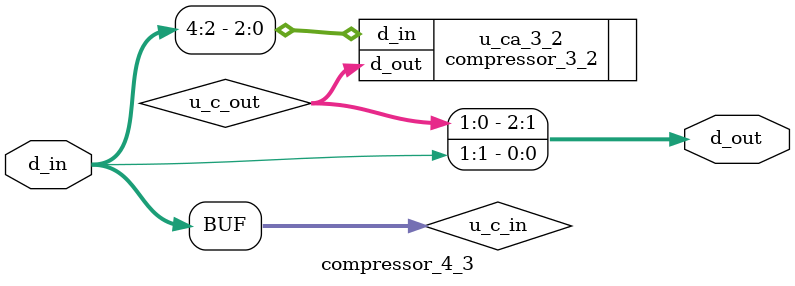
<source format=v>
module compressor_4_3
(
    input [4:1] d_in, 
    output [3:1] d_out //输出为{2^1, 2^0, 2^0}
); 

wire [4:1] u_c_in;
wire [1:0] u_c_out;

assign u_c_in = d_in;

compressor_3_2 u_ca_3_2(.d_in(u_c_in[4:2]), .d_out(u_c_out));

assign d_out = {u_c_out, d_in[1]};


endmodule
</source>
